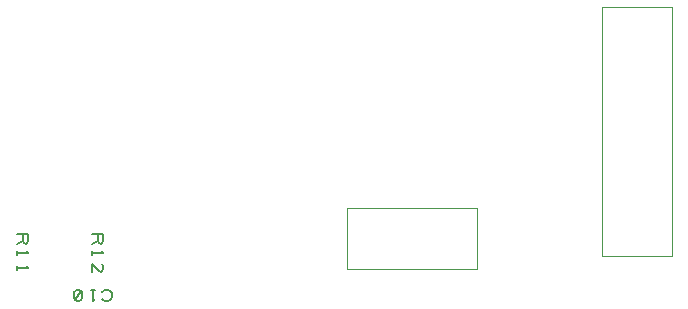
<source format=gbr>
G04 EasyPC Gerber Version 20.0.2 Build 4112 *
G04 #@! TF.Part,Single*
%FSLAX35Y35*%
%MOIN*%
%ADD75C,0.00197*%
%ADD29C,0.00500*%
X0Y0D02*
D02*
D29*
X256537Y177750D02*
X260287D01*
Y175563*
X259975Y174937*
X259350Y174625*
X258725Y174937*
X258413Y175563*
Y177750*
Y175563D02*
X256537Y174625D01*
Y172125D02*
Y170875D01*
Y171500D02*
X260287D01*
X259663Y172125*
X256537Y167125D02*
Y165875D01*
Y166500D02*
X260287D01*
X259663Y167125*
X281537Y177750D02*
X285287D01*
Y175563*
X284975Y174937*
X284350Y174625*
X283725Y174937*
X283413Y175563*
Y177750*
Y175563D02*
X281537Y174625D01*
Y172125D02*
Y170875D01*
Y171500D02*
X285287D01*
X284663Y172125*
X281537Y165250D02*
Y167750D01*
X283725Y165563*
X284350Y165250*
X284975Y165563*
X285287Y166187*
Y167125*
X284975Y167750*
X284975Y158687D02*
X285287Y159000D01*
X285913Y159313*
X286850*
X287475Y159000*
X287787Y158687*
X288100Y158063*
Y156813*
X287787Y156187*
X287475Y155875*
X286850Y155563*
X285913*
X285287Y155875*
X284975Y156187*
X282475Y159313D02*
X281225D01*
X281850D02*
Y155563D01*
X282475Y156187*
X277787Y159000D02*
X277163Y159313D01*
X276537*
X275913Y159000*
X275600Y158375*
Y156500*
X275913Y155875*
X276537Y155563*
X277163*
X277787Y155875*
X278100Y156500*
Y158375*
X277787Y159000*
X275913Y155875*
D02*
D75*
X409832Y166156D02*
X366368D01*
Y186628*
X409832*
Y166156*
X474714Y253411D02*
Y170554D01*
X451486*
Y253411*
X474714*
X0Y0D02*
M02*

</source>
